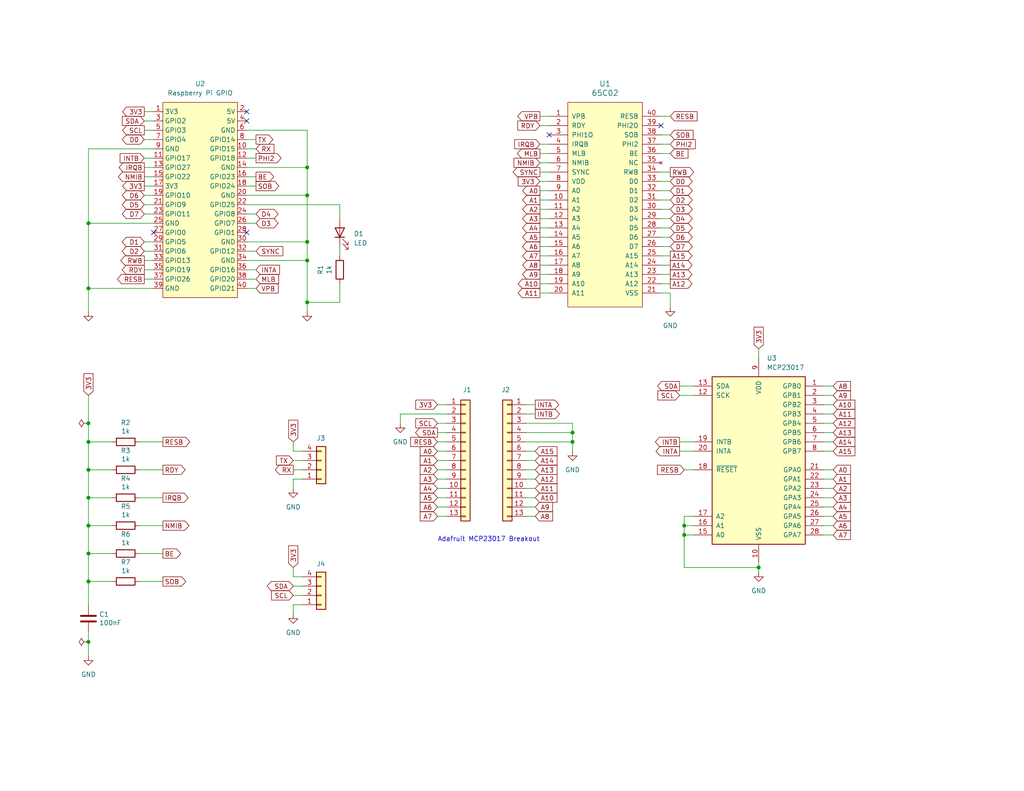
<source format=kicad_sch>
(kicad_sch (version 20231120) (generator "eeschema") (generator_version "8.0")
  (paper "USLetter")
  (title_block (title "6502 Pi SBC") (date "2024-05-27") (rev "1.0") (company "A.C. Wright Design"))
  (lib_symbols
    (symbol "6502 Parts:65C02" (pin_names (offset 1.016))
      (property "Reference" "U" (at 26.67 7.62 0))
      (property "Value" "65C02" (at 26.67 5.08 0))
      (symbol "65C02_0_1"
        (rectangle (start 5.08 3.81) (end 25.4 -52.07) (fill (type background)))
      )
      (symbol "65C02_1_0"
        (pin bidirectional line (at 0 0 0) (length 5.08) (name "VPB") (number "1"))
        (pin output line (at 0 -22.86 0) (length 5.08) (name "A1") (number "10"))
        (pin output line (at 0 -25.4 0) (length 5.08) (name "A2") (number "11"))
        (pin output line (at 0 -27.94 0) (length 5.08) (name "A3") (number "12"))
        (pin output line (at 0 -30.48 0) (length 5.08) (name "A4") (number "13"))
        (pin output line (at 0 -33.02 0) (length 5.08) (name "A5") (number "14"))
        (pin output line (at 0 -35.56 0) (length 5.08) (name "A6") (number "15"))
        (pin output line (at 0 -38.1 0) (length 5.08) (name "A7") (number "16"))
        (pin output line (at 0 -40.64 0) (length 5.08) (name "A8") (number "17"))
        (pin output line (at 0 -43.18 0) (length 5.08) (name "A9") (number "18"))
        (pin output line (at 0 -45.72 0) (length 5.08) (name "A10") (number "19"))
        (pin bidirectional line (at 0 -2.54 0) (length 5.08) (name "RDY") (number "2"))
        (pin output line (at 0 -48.26 0) (length 5.08) (name "A11") (number "20"))
        (pin power_in line (at 30.48 -48.26 180) (length 5.08) (name "VSS") (number "21"))
        (pin output line (at 30.48 -45.72 180) (length 5.08) (name "A12") (number "22"))
        (pin output line (at 30.48 -43.18 180) (length 5.08) (name "A13") (number "23"))
        (pin output line (at 30.48 -40.64 180) (length 5.08) (name "A14") (number "24"))
        (pin output line (at 30.48 -38.1 180) (length 5.08) (name "A15") (number "25"))
        (pin output line (at 30.48 -35.56 180) (length 5.08) (name "D7") (number "26"))
        (pin output line (at 30.48 -33.02 180) (length 5.08) (name "D6") (number "27"))
        (pin output line (at 30.48 -30.48 180) (length 5.08) (name "D5") (number "28"))
        (pin output line (at 30.48 -27.94 180) (length 5.08) (name "D4") (number "29"))
        (pin bidirectional line (at 0 -5.08 0) (length 5.08) (name "PHI1O") (number "3"))
        (pin output line (at 30.48 -25.4 180) (length 5.08) (name "D3") (number "30"))
        (pin output line (at 30.48 -22.86 180) (length 5.08) (name "D2") (number "31"))
        (pin output line (at 30.48 -20.32 180) (length 5.08) (name "D1") (number "32"))
        (pin output line (at 30.48 -17.78 180) (length 5.08) (name "D0") (number "33"))
        (pin output line (at 30.48 -15.24 180) (length 5.08) (name "RWB") (number "34"))
        (pin no_connect line (at 30.48 -12.7 180) (length 5.08) (name "NC") (number "35"))
        (pin bidirectional line (at 30.48 -10.16 180) (length 5.08) (name "BE") (number "36"))
        (pin bidirectional line (at 30.48 -7.62 180) (length 5.08) (name "PHI2") (number "37"))
        (pin bidirectional line (at 30.48 -5.08 180) (length 5.08) (name "SOB") (number "38"))
        (pin bidirectional line (at 30.48 -2.54 180) (length 5.08) (name "PHI2O") (number "39"))
        (pin input line (at 0 -7.62 0) (length 5.08) (name "IRQB") (number "4"))
        (pin input line (at 30.48 0 180) (length 5.08) (name "RESB") (number "40"))
        (pin bidirectional line (at 0 -10.16 0) (length 5.08) (name "MLB") (number "5"))
        (pin input line (at 0 -12.7 0) (length 5.08) (name "NMIB") (number "6"))
        (pin output line (at 0 -15.24 0) (length 5.08) (name "SYNC") (number "7"))
        (pin power_in line (at 0 -17.78 0) (length 5.08) (name "VDD") (number "8"))
        (pin output line (at 0 -20.32 0) (length 5.08) (name "A0") (number "9"))
      )
    )
    (symbol "6502 Parts:RASPBERRYPIGPIO"
      (property "Reference" "U" (at -9.652 29.21 0))
      (property "Value" "Raspberry Pi GPIO" (at -1.524 26.924 0))
      (symbol "RASPBERRYPIGPIO_1_1"
        (rectangle (start -10.16 25.4) (end 10.16 -27.94) (fill (type background)))
        (pin power_in line (at -12.7 22.86 0) (length 2.54) (name "3V3") (number "1"))
        (pin bidirectional line (at 12.7 12.7 180) (length 2.54) (name "GPIO15") (number "10"))
        (pin bidirectional line (at -12.7 10.16 0) (length 2.54) (name "GPIO17") (number "11"))
        (pin bidirectional line (at 12.7 10.16 180) (length 2.54) (name "GPIO18") (number "12"))
        (pin bidirectional line (at -12.7 7.62 0) (length 2.54) (name "GPIO27") (number "13"))
        (pin power_in line (at 12.7 7.62 180) (length 2.54) (name "GND") (number "14"))
        (pin bidirectional line (at -12.7 5.08 0) (length 2.54) (name "GPIO22") (number "15"))
        (pin bidirectional line (at 12.7 5.08 180) (length 2.54) (name "GPIO23") (number "16"))
        (pin power_in line (at -12.7 2.54 0) (length 2.54) (name "3V3") (number "17"))
        (pin bidirectional line (at 12.7 2.54 180) (length 2.54) (name "GPIO24") (number "18"))
        (pin bidirectional line (at -12.7 0 0) (length 2.54) (name "GPIO10") (number "19"))
        (pin power_in line (at 12.7 22.86 180) (length 2.54) (name "5V") (number "2"))
        (pin power_in line (at 12.7 0 180) (length 2.54) (name "GND") (number "20"))
        (pin bidirectional line (at -12.7 -2.54 0) (length 2.54) (name "GPIO9") (number "21"))
        (pin bidirectional line (at 12.7 -2.54 180) (length 2.54) (name "GPIO25") (number "22"))
        (pin bidirectional line (at -12.7 -5.08 0) (length 2.54) (name "GPIO11") (number "23"))
        (pin bidirectional line (at 12.7 -5.08 180) (length 2.54) (name "GPIO8") (number "24"))
        (pin power_in line (at -12.7 -7.62 0) (length 2.54) (name "GND") (number "25"))
        (pin bidirectional line (at 12.7 -7.62 180) (length 2.54) (name "GPIO7") (number "26"))
        (pin bidirectional line (at -12.7 -10.16 0) (length 2.54) (name "GPIO0") (number "27"))
        (pin bidirectional line (at 12.7 -10.16 180) (length 2.54) (name "GPIO1") (number "28"))
        (pin bidirectional line (at -12.7 -12.7 0) (length 2.54) (name "GPIO5") (number "29"))
        (pin bidirectional line (at -12.7 20.32 0) (length 2.54) (name "GPIO2") (number "3"))
        (pin power_in line (at 12.7 -12.7 180) (length 2.54) (name "GND") (number "30"))
        (pin bidirectional line (at -12.7 -15.24 0) (length 2.54) (name "GPIO6") (number "31"))
        (pin bidirectional line (at 12.7 -15.24 180) (length 2.54) (name "GPIO12") (number "32"))
        (pin bidirectional line (at -12.7 -17.78 0) (length 2.54) (name "GPIO13") (number "33"))
        (pin power_in line (at 12.7 -17.78 180) (length 2.54) (name "GND") (number "34"))
        (pin bidirectional line (at -12.7 -20.32 0) (length 2.54) (name "GPIO19") (number "35"))
        (pin bidirectional line (at 12.7 -20.32 180) (length 2.54) (name "GPIO16") (number "36"))
        (pin bidirectional line (at -12.7 -22.86 0) (length 2.54) (name "GPIO26") (number "37"))
        (pin bidirectional line (at 12.7 -22.86 180) (length 2.54) (name "GPIO20") (number "38"))
        (pin power_in line (at -12.7 -25.4 0) (length 2.54) (name "GND") (number "39"))
        (pin power_in line (at 12.7 20.32 180) (length 2.54) (name "5V") (number "4"))
        (pin bidirectional line (at 12.7 -25.4 180) (length 2.54) (name "GPIO21") (number "40"))
        (pin bidirectional line (at -12.7 17.78 0) (length 2.54) (name "GPIO3") (number "5"))
        (pin power_in line (at 12.7 17.78 180) (length 2.54) (name "GND") (number "6"))
        (pin bidirectional line (at -12.7 15.24 0) (length 2.54) (name "GPIO4") (number "7"))
        (pin bidirectional line (at 12.7 15.24 180) (length 2.54) (name "GPIO14") (number "8"))
        (pin power_in line (at -12.7 12.7 0) (length 2.54) (name "GND") (number "9"))
      )
    )
    (symbol "Connector_Generic:Conn_01x04" (pin_names (offset 1.016) hide)
      (property "Reference" "J" (at 0 5.08 0))
      (property "Value" "Conn_01x04" (at 0 -7.62 0))
      (symbol "Conn_01x04_1_1"
        (rectangle (start -1.27 -4.953) (end 0 -5.207) (stroke (width 0.1524)))
        (rectangle (start -1.27 -2.413) (end 0 -2.667) (stroke (width 0.1524)))
        (rectangle (start -1.27 0.127) (end 0 -0.127) (stroke (width 0.1524)))
        (rectangle (start -1.27 2.667) (end 0 2.413) (stroke (width 0.1524)))
        (rectangle (start -1.27 3.81) (end 1.27 -6.35) (stroke (width 0.254)) (fill (type background)))
        (pin passive line (at -5.08 2.54 0) (length 3.81) (name "Pin_1") (number "1"))
        (pin passive line (at -5.08 0 0) (length 3.81) (name "Pin_2") (number "2"))
        (pin passive line (at -5.08 -2.54 0) (length 3.81) (name "Pin_3") (number "3"))
        (pin passive line (at -5.08 -5.08 0) (length 3.81) (name "Pin_4") (number "4"))
      )
    )
    (symbol "Connector_Generic:Conn_01x13" (pin_names (offset 1.016) hide)
      (property "Reference" "J" (at 0 17.78 0))
      (property "Value" "Conn_01x13" (at 0 -17.78 0))
      (symbol "Conn_01x13_1_1"
        (rectangle (start -1.27 -15.113) (end 0 -15.367) (stroke (width 0.1524)))
        (rectangle (start -1.27 -12.573) (end 0 -12.827) (stroke (width 0.1524)))
        (rectangle (start -1.27 -10.033) (end 0 -10.287) (stroke (width 0.1524)))
        (rectangle (start -1.27 -7.493) (end 0 -7.747) (stroke (width 0.1524)))
        (rectangle (start -1.27 -4.953) (end 0 -5.207) (stroke (width 0.1524)))
        (rectangle (start -1.27 -2.413) (end 0 -2.667) (stroke (width 0.1524)))
        (rectangle (start -1.27 0.127) (end 0 -0.127) (stroke (width 0.1524)))
        (rectangle (start -1.27 2.667) (end 0 2.413) (stroke (width 0.1524)))
        (rectangle (start -1.27 5.207) (end 0 4.953) (stroke (width 0.1524)))
        (rectangle (start -1.27 7.747) (end 0 7.493) (stroke (width 0.1524)))
        (rectangle (start -1.27 10.287) (end 0 10.033) (stroke (width 0.1524)))
        (rectangle (start -1.27 12.827) (end 0 12.573) (stroke (width 0.1524)))
        (rectangle (start -1.27 15.367) (end 0 15.113) (stroke (width 0.1524)))
        (rectangle (start -1.27 16.51) (end 1.27 -16.51) (stroke (width 0.254)) (fill (type background)))
        (pin passive line (at -5.08 15.24 0) (length 3.81) (name "Pin_1") (number "1"))
        (pin passive line (at -5.08 -7.62 0) (length 3.81) (name "Pin_10") (number "10"))
        (pin passive line (at -5.08 -10.16 0) (length 3.81) (name "Pin_11") (number "11"))
        (pin passive line (at -5.08 -12.7 0) (length 3.81) (name "Pin_12") (number "12"))
        (pin passive line (at -5.08 -15.24 0) (length 3.81) (name "Pin_13") (number "13"))
        (pin passive line (at -5.08 12.7 0) (length 3.81) (name "Pin_2") (number "2"))
        (pin passive line (at -5.08 10.16 0) (length 3.81) (name "Pin_3") (number "3"))
        (pin passive line (at -5.08 7.62 0) (length 3.81) (name "Pin_4") (number "4"))
        (pin passive line (at -5.08 5.08 0) (length 3.81) (name "Pin_5") (number "5"))
        (pin passive line (at -5.08 2.54 0) (length 3.81) (name "Pin_6") (number "6"))
        (pin passive line (at -5.08 0 0) (length 3.81) (name "Pin_7") (number "7"))
        (pin passive line (at -5.08 -2.54 0) (length 3.81) (name "Pin_8") (number "8"))
        (pin passive line (at -5.08 -5.08 0) (length 3.81) (name "Pin_9") (number "9"))
      )
    )
    (symbol "Device:C" (pin_numbers hide) (pin_names (offset 0.254))
      (property "Reference" "C" (at 0.635 2.54 0))
      (property "Value" "C" (at 0.635 -2.54 0))
      (symbol "C_0_1"
        (polyline (pts (xy -2.032 -0.762) (xy 2.032 -0.762)) (stroke (width 0.508)))
        (polyline (pts (xy -2.032 0.762) (xy 2.032 0.762)) (stroke (width 0.508)))
      )
      (symbol "C_1_1"
        (pin passive line (at 0 3.81 270) (length 2.794) (name "~") (number "1"))
        (pin passive line (at 0 -3.81 90) (length 2.794) (name "~") (number "2"))
      )
    )
    (symbol "Device:LED" (pin_numbers hide) (pin_names (offset 1.016) hide)
      (property "Reference" "D" (at 0 2.54 0))
      (property "Value" "LED" (at 0 -2.54 0))
      (symbol "LED_0_1"
        (polyline (pts (xy -1.27 -1.27) (xy -1.27 1.27)) (stroke (width 0.254)))
        (polyline (pts (xy -1.27 0) (xy 1.27 0)))
        (polyline (pts (xy 1.27 -1.27) (xy 1.27 1.27) (xy -1.27 0) (xy 1.27 -1.27)) (stroke (width 0.254)))
        (polyline (pts (xy -3.048 -0.762) (xy -4.572 -2.286) (xy -3.81 -2.286) (xy -4.572 -2.286) (xy -4.572 -1.524)))
        (polyline (pts (xy -1.778 -0.762) (xy -3.302 -2.286) (xy -2.54 -2.286) (xy -3.302 -2.286) (xy -3.302 -1.524)))
      )
      (symbol "LED_1_1"
        (pin passive line (at -3.81 0 0) (length 2.54) (name "K") (number "1"))
        (pin passive line (at 3.81 0 180) (length 2.54) (name "A") (number "2"))
      )
    )
    (symbol "Device:R" (pin_numbers hide) (pin_names (offset 0))
      (property "Reference" "R" (at 2.032 0 90))
      (property "Value" "R" (at 0 0 90))
      (symbol "R_0_1"
        (rectangle (start -1.016 -2.54) (end 1.016 2.54) (stroke (width 0.254)))
      )
      (symbol "R_1_1"
        (pin passive line (at 0 3.81 270) (length 1.27) (name "~") (number "1"))
        (pin passive line (at 0 -3.81 90) (length 1.27) (name "~") (number "2"))
      )
    )
    (symbol "Interface_Expansion:MCP23017_SP" (pin_names (offset 1.016))
      (property "Reference" "U" (at -11.43 24.13 0))
      (property "Value" "MCP23017_SP" (at 0 0 0))
      (symbol "MCP23017_SP_0_1"
        (rectangle (start -12.7 22.86) (end 12.7 -22.86) (stroke (width 0.254)) (fill (type background)))
      )
      (symbol "MCP23017_SP_1_1"
        (pin bidirectional line (at 17.78 20.32 180) (length 5.08) (name "GPB0") (number "1"))
        (pin power_in line (at 0 -27.94 90) (length 5.08) (name "VSS") (number "10"))
        (pin no_connect line (at -12.7 15.24 0) (length 5.08) hide (name "NC") (number "11"))
        (pin input line (at -17.78 17.78 0) (length 5.08) (name "SCK") (number "12"))
        (pin bidirectional line (at -17.78 20.32 0) (length 5.08) (name "SDA") (number "13"))
        (pin no_connect line (at -12.7 12.7 0) (length 5.08) hide (name "NC") (number "14"))
        (pin input line (at -17.78 -20.32 0) (length 5.08) (name "A0") (number "15"))
        (pin input line (at -17.78 -17.78 0) (length 5.08) (name "A1") (number "16"))
        (pin input line (at -17.78 -15.24 0) (length 5.08) (name "A2") (number "17"))
        (pin input line (at -17.78 -2.54 0) (length 5.08) (name "~{RESET}") (number "18"))
        (pin tri_state line (at -17.78 5.08 0) (length 5.08) (name "INTB") (number "19"))
        (pin bidirectional line (at 17.78 17.78 180) (length 5.08) (name "GPB1") (number "2"))
        (pin tri_state line (at -17.78 2.54 0) (length 5.08) (name "INTA") (number "20"))
        (pin bidirectional line (at 17.78 -2.54 180) (length 5.08) (name "GPA0") (number "21"))
        (pin bidirectional line (at 17.78 -5.08 180) (length 5.08) (name "GPA1") (number "22"))
        (pin bidirectional line (at 17.78 -7.62 180) (length 5.08) (name "GPA2") (number "23"))
        (pin bidirectional line (at 17.78 -10.16 180) (length 5.08) (name "GPA3") (number "24"))
        (pin bidirectional line (at 17.78 -12.7 180) (length 5.08) (name "GPA4") (number "25"))
        (pin bidirectional line (at 17.78 -15.24 180) (length 5.08) (name "GPA5") (number "26"))
        (pin bidirectional line (at 17.78 -17.78 180) (length 5.08) (name "GPA6") (number "27"))
        (pin bidirectional line (at 17.78 -20.32 180) (length 5.08) (name "GPA7") (number "28"))
        (pin bidirectional line (at 17.78 15.24 180) (length 5.08) (name "GPB2") (number "3"))
        (pin bidirectional line (at 17.78 12.7 180) (length 5.08) (name "GPB3") (number "4"))
        (pin bidirectional line (at 17.78 10.16 180) (length 5.08) (name "GPB4") (number "5"))
        (pin bidirectional line (at 17.78 7.62 180) (length 5.08) (name "GPB5") (number "6"))
        (pin bidirectional line (at 17.78 5.08 180) (length 5.08) (name "GPB6") (number "7"))
        (pin bidirectional line (at 17.78 2.54 180) (length 5.08) (name "GPB7") (number "8"))
        (pin power_in line (at 0 27.94 270) (length 5.08) (name "VDD") (number "9"))
      )
    )
    (symbol "power:GND" (power) (pin_numbers hide) (pin_names (offset 0) hide)
      (property "Value" "GND" (at 0 -3.81 0))
      (symbol "GND_0_1"
        (polyline (pts (xy 0 0) (xy 0 -1.27) (xy 1.27 -1.27) (xy 0 -2.54) (xy -1.27 -1.27) (xy 0 -1.27)))
      )
      (symbol "GND_1_1"
        (pin power_in line (at 0 0 270) (length 0) (name "~") (number "1"))
      )
    )
    (symbol "power:PWR_FLAG" (power) (pin_numbers hide) (pin_names (offset 0) hide)
      (property "Value" "PWR_FLAG" (at 0 3.81 0))
      (symbol "PWR_FLAG_0_0"
        (pin power_out line (at 0 0 90) (length 0) (name "~") (number "1"))
      )
      (symbol "PWR_FLAG_0_1"
        (polyline (pts (xy 0 0) (xy 0 1.27) (xy -1.016 1.905) (xy 0 2.54) (xy 1.016 1.905) (xy 0 1.27)))
      )
    )
  )
  (junction (at 24.13 151.13))
  (junction (at 186.69 146.05))
  (junction (at 24.13 60.96))
  (junction (at 24.13 128.27))
  (junction (at 156.21 120.65))
  (junction (at 24.13 135.89))
  (junction (at 24.13 115.57))
  (junction (at 207.01 154.94))
  (junction (at 83.82 45.72))
  (junction (at 186.69 143.51))
  (junction (at 24.13 120.65))
  (junction (at 83.82 82.55))
  (junction (at 156.21 118.11))
  (junction (at 24.13 175.26))
  (junction (at 24.13 78.74))
  (junction (at 83.82 71.12))
  (junction (at 83.82 66.04))
  (junction (at 24.13 143.51))
  (junction (at 83.82 53.34))
  (junction (at 24.13 158.75))
  (no_connect (at 67.31 33.02))
  (no_connect (at 67.31 30.48))
  (no_connect (at 41.91 63.5))
  (no_connect (at 149.86 36.83))
  (no_connect (at 180.34 34.29))
  (no_connect (at 67.31 63.5))
  (wire (pts (xy 24.13 115.57) (xy 24.13 120.65)))
  (wire (pts (xy 180.34 31.75) (xy 182.88 31.75)))
  (wire (pts (xy 180.34 57.15) (xy 182.88 57.15)))
  (wire (pts (xy 39.37 38.1) (xy 41.91 38.1)))
  (wire (pts (xy 39.37 43.18) (xy 41.91 43.18)))
  (wire (pts (xy 24.13 151.13) (xy 24.13 158.75)))
  (wire (pts (xy 143.51 113.03) (xy 146.05 113.03)))
  (wire (pts (xy 24.13 60.96) (xy 24.13 78.74)))
  (wire (pts (xy 39.37 68.58) (xy 41.91 68.58)))
  (wire (pts (xy 67.31 73.66) (xy 69.85 73.66)))
  (wire (pts (xy 224.79 118.11) (xy 227.33 118.11)))
  (wire (pts (xy 39.37 53.34) (xy 41.91 53.34)))
  (wire (pts (xy 147.32 67.31) (xy 149.86 67.31)))
  (wire (pts (xy 39.37 58.42) (xy 41.91 58.42)))
  (wire (pts (xy 39.37 45.72) (xy 41.91 45.72)))
  (wire (pts (xy 119.38 118.11) (xy 121.92 118.11)))
  (wire (pts (xy 24.13 40.64) (xy 24.13 60.96)))
  (wire (pts (xy 67.31 40.64) (xy 69.85 40.64)))
  (wire (pts (xy 186.69 143.51) (xy 186.69 146.05)))
  (wire (pts (xy 180.34 72.39) (xy 182.88 72.39)))
  (wire (pts (xy 119.38 130.81) (xy 121.92 130.81)))
  (wire (pts (xy 207.01 154.94) (xy 207.01 156.21)))
  (wire (pts (xy 147.32 59.69) (xy 149.86 59.69)))
  (wire (pts (xy 224.79 135.89) (xy 227.33 135.89)))
  (wire (pts (xy 156.21 120.65) (xy 156.21 123.19)))
  (wire (pts (xy 224.79 115.57) (xy 227.33 115.57)))
  (wire (pts (xy 67.31 68.58) (xy 69.85 68.58)))
  (wire (pts (xy 24.13 135.89) (xy 24.13 143.51)))
  (wire (pts (xy 24.13 128.27) (xy 30.48 128.27)))
  (wire (pts (xy 67.31 38.1) (xy 69.85 38.1)))
  (wire (pts (xy 180.34 64.77) (xy 182.88 64.77)))
  (wire (pts (xy 41.91 40.64) (xy 24.13 40.64)))
  (wire (pts (xy 143.51 115.57) (xy 156.21 115.57)))
  (wire (pts (xy 80.01 165.1) (xy 80.01 167.64)))
  (wire (pts (xy 24.13 143.51) (xy 30.48 143.51)))
  (wire (pts (xy 39.37 33.02) (xy 41.91 33.02)))
  (wire (pts (xy 24.13 78.74) (xy 41.91 78.74)))
  (wire (pts (xy 39.37 35.56) (xy 41.91 35.56)))
  (wire (pts (xy 143.51 138.43) (xy 146.05 138.43)))
  (wire (pts (xy 24.13 158.75) (xy 24.13 165.1)))
  (wire (pts (xy 180.34 69.85) (xy 182.88 69.85)))
  (wire (pts (xy 24.13 60.96) (xy 41.91 60.96)))
  (wire (pts (xy 80.01 154.94) (xy 80.01 157.48)))
  (wire (pts (xy 80.01 123.19) (xy 80.01 120.65)))
  (wire (pts (xy 119.38 125.73) (xy 121.92 125.73)))
  (wire (pts (xy 147.32 41.91) (xy 149.86 41.91)))
  (wire (pts (xy 147.32 39.37) (xy 149.86 39.37)))
  (wire (pts (xy 119.38 133.35) (xy 121.92 133.35)))
  (wire (pts (xy 92.71 77.47) (xy 92.71 82.55)))
  (wire (pts (xy 186.69 154.94) (xy 207.01 154.94)))
  (wire (pts (xy 39.37 73.66) (xy 41.91 73.66)))
  (wire (pts (xy 67.31 71.12) (xy 83.82 71.12)))
  (wire (pts (xy 67.31 58.42) (xy 69.85 58.42)))
  (wire (pts (xy 182.88 80.01) (xy 182.88 83.82)))
  (wire (pts (xy 224.79 113.03) (xy 227.33 113.03)))
  (wire (pts (xy 67.31 45.72) (xy 83.82 45.72)))
  (wire (pts (xy 147.32 46.99) (xy 149.86 46.99)))
  (wire (pts (xy 180.34 74.93) (xy 182.88 74.93)))
  (wire (pts (xy 24.13 128.27) (xy 24.13 135.89)))
  (wire (pts (xy 189.23 146.05) (xy 186.69 146.05)))
  (wire (pts (xy 80.01 128.27) (xy 82.55 128.27)))
  (wire (pts (xy 38.1 128.27) (xy 44.45 128.27)))
  (wire (pts (xy 224.79 123.19) (xy 227.33 123.19)))
  (wire (pts (xy 143.51 120.65) (xy 156.21 120.65)))
  (wire (pts (xy 80.01 157.48) (xy 82.55 157.48)))
  (wire (pts (xy 67.31 66.04) (xy 83.82 66.04)))
  (wire (pts (xy 224.79 107.95) (xy 227.33 107.95)))
  (wire (pts (xy 109.22 113.03) (xy 121.92 113.03)))
  (wire (pts (xy 143.51 135.89) (xy 146.05 135.89)))
  (wire (pts (xy 80.01 160.02) (xy 82.55 160.02)))
  (wire (pts (xy 180.34 39.37) (xy 182.88 39.37)))
  (wire (pts (xy 180.34 77.47) (xy 182.88 77.47)))
  (wire (pts (xy 143.51 118.11) (xy 156.21 118.11)))
  (wire (pts (xy 185.42 107.95) (xy 189.23 107.95)))
  (wire (pts (xy 24.13 120.65) (xy 30.48 120.65)))
  (wire (pts (xy 186.69 128.27) (xy 189.23 128.27)))
  (wire (pts (xy 80.01 125.73) (xy 82.55 125.73)))
  (wire (pts (xy 185.42 120.65) (xy 189.23 120.65)))
  (wire (pts (xy 67.31 55.88) (xy 92.71 55.88)))
  (wire (pts (xy 67.31 50.8) (xy 69.85 50.8)))
  (wire (pts (xy 83.82 66.04) (xy 83.82 71.12)))
  (wire (pts (xy 180.34 49.53) (xy 182.88 49.53)))
  (wire (pts (xy 83.82 82.55) (xy 83.82 85.09)))
  (wire (pts (xy 224.79 146.05) (xy 227.33 146.05)))
  (wire (pts (xy 38.1 135.89) (xy 44.45 135.89)))
  (wire (pts (xy 67.31 78.74) (xy 69.85 78.74)))
  (wire (pts (xy 147.32 62.23) (xy 149.86 62.23)))
  (wire (pts (xy 83.82 53.34) (xy 83.82 45.72)))
  (wire (pts (xy 24.13 158.75) (xy 30.48 158.75)))
  (wire (pts (xy 92.71 55.88) (xy 92.71 59.69)))
  (wire (pts (xy 224.79 120.65) (xy 227.33 120.65)))
  (wire (pts (xy 24.13 85.09) (xy 24.13 78.74)))
  (wire (pts (xy 143.51 130.81) (xy 146.05 130.81)))
  (wire (pts (xy 180.34 59.69) (xy 182.88 59.69)))
  (wire (pts (xy 39.37 30.48) (xy 41.91 30.48)))
  (wire (pts (xy 39.37 50.8) (xy 41.91 50.8)))
  (wire (pts (xy 156.21 115.57) (xy 156.21 118.11)))
  (wire (pts (xy 39.37 71.12) (xy 41.91 71.12)))
  (wire (pts (xy 24.13 175.26) (xy 24.13 179.07)))
  (wire (pts (xy 38.1 120.65) (xy 44.45 120.65)))
  (wire (pts (xy 186.69 146.05) (xy 186.69 154.94)))
  (wire (pts (xy 185.42 123.19) (xy 189.23 123.19)))
  (wire (pts (xy 38.1 158.75) (xy 44.45 158.75)))
  (wire (pts (xy 119.38 115.57) (xy 121.92 115.57)))
  (wire (pts (xy 147.32 77.47) (xy 149.86 77.47)))
  (wire (pts (xy 185.42 105.41) (xy 189.23 105.41)))
  (wire (pts (xy 39.37 76.2) (xy 41.91 76.2)))
  (wire (pts (xy 180.34 54.61) (xy 182.88 54.61)))
  (wire (pts (xy 39.37 55.88) (xy 41.91 55.88)))
  (wire (pts (xy 147.32 72.39) (xy 149.86 72.39)))
  (wire (pts (xy 224.79 133.35) (xy 227.33 133.35)))
  (wire (pts (xy 24.13 151.13) (xy 30.48 151.13)))
  (wire (pts (xy 39.37 48.26) (xy 41.91 48.26)))
  (wire (pts (xy 180.34 62.23) (xy 182.88 62.23)))
  (wire (pts (xy 147.32 64.77) (xy 149.86 64.77)))
  (wire (pts (xy 24.13 172.72) (xy 24.13 175.26)))
  (wire (pts (xy 109.22 115.57) (xy 109.22 113.03)))
  (wire (pts (xy 119.38 123.19) (xy 121.92 123.19)))
  (wire (pts (xy 224.79 105.41) (xy 227.33 105.41)))
  (wire (pts (xy 82.55 123.19) (xy 80.01 123.19)))
  (wire (pts (xy 92.71 82.55) (xy 83.82 82.55)))
  (wire (pts (xy 67.31 76.2) (xy 69.85 76.2)))
  (wire (pts (xy 119.38 128.27) (xy 121.92 128.27)))
  (wire (pts (xy 207.01 153.67) (xy 207.01 154.94)))
  (wire (pts (xy 224.79 110.49) (xy 227.33 110.49)))
  (wire (pts (xy 224.79 128.27) (xy 227.33 128.27)))
  (wire (pts (xy 207.01 95.25) (xy 207.01 97.79)))
  (wire (pts (xy 119.38 138.43) (xy 121.92 138.43)))
  (wire (pts (xy 119.38 120.65) (xy 121.92 120.65)))
  (wire (pts (xy 224.79 138.43) (xy 227.33 138.43)))
  (wire (pts (xy 143.51 133.35) (xy 146.05 133.35)))
  (wire (pts (xy 180.34 36.83) (xy 182.88 36.83)))
  (wire (pts (xy 147.32 44.45) (xy 149.86 44.45)))
  (wire (pts (xy 67.31 60.96) (xy 69.85 60.96)))
  (wire (pts (xy 143.51 140.97) (xy 146.05 140.97)))
  (wire (pts (xy 180.34 52.07) (xy 182.88 52.07)))
  (wire (pts (xy 180.34 67.31) (xy 182.88 67.31)))
  (wire (pts (xy 82.55 130.81) (xy 80.01 130.81)))
  (wire (pts (xy 147.32 34.29) (xy 149.86 34.29)))
  (wire (pts (xy 38.1 143.51) (xy 44.45 143.51)))
  (wire (pts (xy 80.01 130.81) (xy 80.01 133.35)))
  (wire (pts (xy 119.38 140.97) (xy 121.92 140.97)))
  (wire (pts (xy 147.32 54.61) (xy 149.86 54.61)))
  (wire (pts (xy 143.51 123.19) (xy 146.05 123.19)))
  (wire (pts (xy 83.82 45.72) (xy 83.82 35.56)))
  (wire (pts (xy 147.32 80.01) (xy 149.86 80.01)))
  (wire (pts (xy 147.32 69.85) (xy 149.86 69.85)))
  (wire (pts (xy 119.38 110.49) (xy 121.92 110.49)))
  (wire (pts (xy 186.69 140.97) (xy 186.69 143.51)))
  (wire (pts (xy 143.51 128.27) (xy 146.05 128.27)))
  (wire (pts (xy 83.82 53.34) (xy 83.82 66.04)))
  (wire (pts (xy 224.79 130.81) (xy 227.33 130.81)))
  (wire (pts (xy 24.13 143.51) (xy 24.13 151.13)))
  (wire (pts (xy 224.79 140.97) (xy 227.33 140.97)))
  (wire (pts (xy 92.71 67.31) (xy 92.71 69.85)))
  (wire (pts (xy 143.51 110.49) (xy 146.05 110.49)))
  (wire (pts (xy 38.1 151.13) (xy 44.45 151.13)))
  (wire (pts (xy 67.31 43.18) (xy 69.85 43.18)))
  (wire (pts (xy 147.32 49.53) (xy 149.86 49.53)))
  (wire (pts (xy 147.32 31.75) (xy 149.86 31.75)))
  (wire (pts (xy 143.51 125.73) (xy 146.05 125.73)))
  (wire (pts (xy 24.13 120.65) (xy 24.13 128.27)))
  (wire (pts (xy 24.13 135.89) (xy 30.48 135.89)))
  (wire (pts (xy 82.55 165.1) (xy 80.01 165.1)))
  (wire (pts (xy 156.21 118.11) (xy 156.21 120.65)))
  (wire (pts (xy 119.38 135.89) (xy 121.92 135.89)))
  (wire (pts (xy 83.82 71.12) (xy 83.82 82.55)))
  (wire (pts (xy 147.32 52.07) (xy 149.86 52.07)))
  (wire (pts (xy 39.37 66.04) (xy 41.91 66.04)))
  (wire (pts (xy 180.34 41.91) (xy 182.88 41.91)))
  (wire (pts (xy 67.31 53.34) (xy 83.82 53.34)))
  (wire (pts (xy 180.34 80.01) (xy 182.88 80.01)))
  (wire (pts (xy 189.23 140.97) (xy 186.69 140.97)))
  (wire (pts (xy 67.31 48.26) (xy 69.85 48.26)))
  (wire (pts (xy 224.79 143.51) (xy 227.33 143.51)))
  (wire (pts (xy 24.13 107.95) (xy 24.13 115.57)))
  (wire (pts (xy 147.32 57.15) (xy 149.86 57.15)))
  (wire (pts (xy 147.32 74.93) (xy 149.86 74.93)))
  (wire (pts (xy 83.82 35.56) (xy 67.31 35.56)))
  (wire (pts (xy 180.34 46.99) (xy 182.88 46.99)))
  (wire (pts (xy 80.01 162.56) (xy 82.55 162.56)))
  (wire (pts (xy 186.69 143.51) (xy 189.23 143.51)))
  (text "Adafruit MCP23017 Breakout" (at 133.35 147.32 0) (effects (font (size 1.27 1.27))))
  (global_label "3V3" (shape output) (at 39.37 50.8 180) (property "Intersheetrefs" "${INTERSHEET_REFS}" (effects (hide yes))))
  (global_label "SCL" (shape input) (at 80.01 162.56 180) (property "Intersheetrefs" "${INTERSHEET_REFS}" (effects (hide yes))))
  (global_label "A4" (shape input) (at 227.33 138.43 0) (property "Intersheetrefs" "${INTERSHEET_REFS}" (effects (hide yes))))
  (global_label "SYNC" (shape output) (at 147.32 46.99 180) (property "Intersheetrefs" "${INTERSHEET_REFS}" (effects (hide yes))))
  (global_label "NMIB" (shape output) (at 44.45 143.51 0) (property "Intersheetrefs" "${INTERSHEET_REFS}" (effects (hide yes))))
  (global_label "A7" (shape input) (at 119.38 140.97 180) (property "Intersheetrefs" "${INTERSHEET_REFS}" (effects (hide yes))))
  (global_label "A5" (shape output) (at 147.32 64.77 180) (property "Intersheetrefs" "${INTERSHEET_REFS}" (effects (hide yes))))
  (global_label "RX" (shape input) (at 69.85 40.64 0) (property "Intersheetrefs" "${INTERSHEET_REFS}" (effects (hide yes))))
  (global_label "A7" (shape input) (at 227.33 146.05 0) (property "Intersheetrefs" "${INTERSHEET_REFS}" (effects (hide yes))))
  (global_label "MLB" (shape output) (at 147.32 41.91 180) (property "Intersheetrefs" "${INTERSHEET_REFS}" (effects (hide yes))))
  (global_label "INTA" (shape output) (at 185.42 123.19 180) (property "Intersheetrefs" "${INTERSHEET_REFS}" (effects (hide yes))))
  (global_label "A4" (shape input) (at 119.38 133.35 180) (property "Intersheetrefs" "${INTERSHEET_REFS}" (effects (hide yes))))
  (global_label "A9" (shape input) (at 146.05 138.43 0) (property "Intersheetrefs" "${INTERSHEET_REFS}" (effects (hide yes))))
  (global_label "A2" (shape input) (at 227.33 133.35 0) (property "Intersheetrefs" "${INTERSHEET_REFS}" (effects (hide yes))))
  (global_label "MLB" (shape input) (at 69.85 76.2 0) (property "Intersheetrefs" "${INTERSHEET_REFS}" (effects (hide yes))))
  (global_label "RX" (shape output) (at 80.01 128.27 180) (property "Intersheetrefs" "${INTERSHEET_REFS}" (effects (hide yes))))
  (global_label "A0" (shape output) (at 147.32 52.07 180) (property "Intersheetrefs" "${INTERSHEET_REFS}" (effects (hide yes))))
  (global_label "SOB" (shape input) (at 182.88 36.83 0) (property "Intersheetrefs" "${INTERSHEET_REFS}" (effects (hide yes))))
  (global_label "A15" (shape output) (at 182.88 69.85 0) (property "Intersheetrefs" "${INTERSHEET_REFS}" (effects (hide yes))))
  (global_label "A5" (shape input) (at 119.38 135.89 180) (property "Intersheetrefs" "${INTERSHEET_REFS}" (effects (hide yes))))
  (global_label "A12" (shape input) (at 227.33 115.57 0) (property "Intersheetrefs" "${INTERSHEET_REFS}" (effects (hide yes))))
  (global_label "BE" (shape output) (at 69.85 48.26 0) (property "Intersheetrefs" "${INTERSHEET_REFS}" (effects (hide yes))))
  (global_label "A14" (shape input) (at 227.33 120.65 0) (property "Intersheetrefs" "${INTERSHEET_REFS}" (effects (hide yes))))
  (global_label "RESB" (shape input) (at 182.88 31.75 0) (property "Intersheetrefs" "${INTERSHEET_REFS}" (effects (hide yes))))
  (global_label "PHI2" (shape output) (at 69.85 43.18 0) (property "Intersheetrefs" "${INTERSHEET_REFS}" (effects (hide yes))))
  (global_label "INTB" (shape input) (at 39.37 43.18 180) (property "Intersheetrefs" "${INTERSHEET_REFS}" (effects (hide yes))))
  (global_label "3V3" (shape input) (at 147.32 49.53 180) (property "Intersheetrefs" "${INTERSHEET_REFS}" (effects (hide yes))))
  (global_label "INTA" (shape output) (at 146.05 110.49 0) (property "Intersheetrefs" "${INTERSHEET_REFS}" (effects (hide yes))))
  (global_label "D0" (shape bidirectional) (at 182.88 49.53 0) (property "Intersheetrefs" "${INTERSHEET_REFS}" (effects (hide yes))))
  (global_label "A15" (shape input) (at 146.05 123.19 0) (property "Intersheetrefs" "${INTERSHEET_REFS}" (effects (hide yes))))
  (global_label "A5" (shape input) (at 227.33 140.97 0) (property "Intersheetrefs" "${INTERSHEET_REFS}" (effects (hide yes))))
  (global_label "RESB" (shape input) (at 186.69 128.27 180) (property "Intersheetrefs" "${INTERSHEET_REFS}" (effects (hide yes))))
  (global_label "RWB" (shape output) (at 39.37 71.12 180) (property "Intersheetrefs" "${INTERSHEET_REFS}" (effects (hide yes))))
  (global_label "3V3" (shape input) (at 80.01 120.65 90) (property "Intersheetrefs" "${INTERSHEET_REFS}" (effects (hide yes))))
  (global_label "A13" (shape output) (at 182.88 74.93 0) (property "Intersheetrefs" "${INTERSHEET_REFS}" (effects (hide yes))))
  (global_label "A3" (shape input) (at 119.38 130.81 180) (property "Intersheetrefs" "${INTERSHEET_REFS}" (effects (hide yes))))
  (global_label "D1" (shape bidirectional) (at 182.88 52.07 0) (property "Intersheetrefs" "${INTERSHEET_REFS}" (effects (hide yes))))
  (global_label "A9" (shape input) (at 227.33 107.95 0) (property "Intersheetrefs" "${INTERSHEET_REFS}" (effects (hide yes))))
  (global_label "NMIB" (shape output) (at 39.37 48.26 180) (property "Intersheetrefs" "${INTERSHEET_REFS}" (effects (hide yes))))
  (global_label "A8" (shape input) (at 146.05 140.97 0) (property "Intersheetrefs" "${INTERSHEET_REFS}" (effects (hide yes))))
  (global_label "A3" (shape input) (at 227.33 135.89 0) (property "Intersheetrefs" "${INTERSHEET_REFS}" (effects (hide yes))))
  (global_label "A1" (shape input) (at 227.33 130.81 0) (property "Intersheetrefs" "${INTERSHEET_REFS}" (effects (hide yes))))
  (global_label "A15" (shape input) (at 227.33 123.19 0) (property "Intersheetrefs" "${INTERSHEET_REFS}" (effects (hide yes))))
  (global_label "A4" (shape output) (at 147.32 62.23 180) (property "Intersheetrefs" "${INTERSHEET_REFS}" (effects (hide yes))))
  (global_label "A6" (shape input) (at 227.33 143.51 0) (property "Intersheetrefs" "${INTERSHEET_REFS}" (effects (hide yes))))
  (global_label "D5" (shape bidirectional) (at 39.37 55.88 180) (property "Intersheetrefs" "${INTERSHEET_REFS}" (effects (hide yes))))
  (global_label "RESB" (shape input) (at 119.38 120.65 180) (property "Intersheetrefs" "${INTERSHEET_REFS}" (effects (hide yes))))
  (global_label "SDA" (shape input) (at 39.37 33.02 180) (property "Intersheetrefs" "${INTERSHEET_REFS}" (effects (hide yes))))
  (global_label "A13" (shape input) (at 227.33 118.11 0) (property "Intersheetrefs" "${INTERSHEET_REFS}" (effects (hide yes))))
  (global_label "RDY" (shape output) (at 39.37 73.66 180) (property "Intersheetrefs" "${INTERSHEET_REFS}" (effects (hide yes))))
  (global_label "D7" (shape bidirectional) (at 39.37 58.42 180) (property "Intersheetrefs" "${INTERSHEET_REFS}" (effects (hide yes))))
  (global_label "A2" (shape output) (at 147.32 57.15 180) (property "Intersheetrefs" "${INTERSHEET_REFS}" (effects (hide yes))))
  (global_label "SYNC" (shape input) (at 69.85 68.58 0) (property "Intersheetrefs" "${INTERSHEET_REFS}" (effects (hide yes))))
  (global_label "TX" (shape input) (at 80.01 125.73 180) (property "Intersheetrefs" "${INTERSHEET_REFS}" (effects (hide yes))))
  (global_label "D2" (shape bidirectional) (at 182.88 54.61 0) (property "Intersheetrefs" "${INTERSHEET_REFS}" (effects (hide yes))))
  (global_label "D6" (shape bidirectional) (at 182.88 64.77 0) (property "Intersheetrefs" "${INTERSHEET_REFS}" (effects (hide yes))))
  (global_label "SCL" (shape output) (at 39.37 35.56 180) (property "Intersheetrefs" "${INTERSHEET_REFS}" (effects (hide yes))))
  (global_label "SCL" (shape input) (at 119.38 115.57 180) (property "Intersheetrefs" "${INTERSHEET_REFS}" (effects (hide yes))))
  (global_label "A9" (shape output) (at 147.32 74.93 180) (property "Intersheetrefs" "${INTERSHEET_REFS}" (effects (hide yes))))
  (global_label "D6" (shape bidirectional) (at 39.37 53.34 180) (property "Intersheetrefs" "${INTERSHEET_REFS}" (effects (hide yes))))
  (global_label "A2" (shape input) (at 119.38 128.27 180) (property "Intersheetrefs" "${INTERSHEET_REFS}" (effects (hide yes))))
  (global_label "SCL" (shape input) (at 185.42 107.95 180) (property "Intersheetrefs" "${INTERSHEET_REFS}" (effects (hide yes))))
  (global_label "IRQB" (shape output) (at 44.45 135.89 0) (property "Intersheetrefs" "${INTERSHEET_REFS}" (effects (hide yes))))
  (global_label "A10" (shape input) (at 146.05 135.89 0) (property "Intersheetrefs" "${INTERSHEET_REFS}" (effects (hide yes))))
  (global_label "D4" (shape bidirectional) (at 69.85 58.42 0) (property "Intersheetrefs" "${INTERSHEET_REFS}" (effects (hide yes))))
  (global_label "PHI2" (shape input) (at 182.88 39.37 0) (property "Intersheetrefs" "${INTERSHEET_REFS}" (effects (hide yes))))
  (global_label "3V3" (shape input) (at 80.01 154.94 90) (property "Intersheetrefs" "${INTERSHEET_REFS}" (effects (hide yes))))
  (global_label "A3" (shape output) (at 147.32 59.69 180) (property "Intersheetrefs" "${INTERSHEET_REFS}" (effects (hide yes))))
  (global_label "A14" (shape output) (at 182.88 72.39 0) (property "Intersheetrefs" "${INTERSHEET_REFS}" (effects (hide yes))))
  (global_label "VPB" (shape input) (at 69.85 78.74 0) (property "Intersheetrefs" "${INTERSHEET_REFS}" (effects (hide yes))))
  (global_label "INTB" (shape output) (at 185.42 120.65 180) (property "Intersheetrefs" "${INTERSHEET_REFS}" (effects (hide yes))))
  (global_label "VPB" (shape output) (at 147.32 31.75 180) (property "Intersheetrefs" "${INTERSHEET_REFS}" (effects (hide yes))))
  (global_label "SDA" (shape bidirectional) (at 80.01 160.02 180) (property "Intersheetrefs" "${INTERSHEET_REFS}" (effects (hide yes))))
  (global_label "D5" (shape bidirectional) (at 182.88 62.23 0) (property "Intersheetrefs" "${INTERSHEET_REFS}" (effects (hide yes))))
  (global_label "A7" (shape output) (at 147.32 69.85 180) (property "Intersheetrefs" "${INTERSHEET_REFS}" (effects (hide yes))))
  (global_label "3V3" (shape input) (at 119.38 110.49 180) (property "Intersheetrefs" "${INTERSHEET_REFS}" (effects (hide yes))))
  (global_label "SOB" (shape output) (at 69.85 50.8 0) (property "Intersheetrefs" "${INTERSHEET_REFS}" (effects (hide yes))))
  (global_label "A10" (shape input) (at 227.33 110.49 0) (property "Intersheetrefs" "${INTERSHEET_REFS}" (effects (hide yes))))
  (global_label "INTB" (shape output) (at 146.05 113.03 0) (property "Intersheetrefs" "${INTERSHEET_REFS}" (effects (hide yes))))
  (global_label "D0" (shape bidirectional) (at 39.37 38.1 180) (property "Intersheetrefs" "${INTERSHEET_REFS}" (effects (hide yes))))
  (global_label "BE" (shape input) (at 182.88 41.91 0) (property "Intersheetrefs" "${INTERSHEET_REFS}" (effects (hide yes))))
  (global_label "INTA" (shape input) (at 69.85 73.66 0) (property "Intersheetrefs" "${INTERSHEET_REFS}" (effects (hide yes))))
  (global_label "IRQB" (shape input) (at 147.32 39.37 180) (property "Intersheetrefs" "${INTERSHEET_REFS}" (effects (hide yes))))
  (global_label "SDA" (shape output) (at 185.42 105.41 180) (property "Intersheetrefs" "${INTERSHEET_REFS}" (effects (hide yes))))
  (global_label "A12" (shape input) (at 146.05 130.81 0) (property "Intersheetrefs" "${INTERSHEET_REFS}" (effects (hide yes))))
  (global_label "D2" (shape bidirectional) (at 39.37 68.58 180) (property "Intersheetrefs" "${INTERSHEET_REFS}" (effects (hide yes))))
  (global_label "D3" (shape bidirectional) (at 182.88 57.15 0) (property "Intersheetrefs" "${INTERSHEET_REFS}" (effects (hide yes))))
  (global_label "D7" (shape bidirectional) (at 182.88 67.31 0) (property "Intersheetrefs" "${INTERSHEET_REFS}" (effects (hide yes))))
  (global_label "A11" (shape output) (at 147.32 80.01 180) (property "Intersheetrefs" "${INTERSHEET_REFS}" (effects (hide yes))))
  (global_label "A1" (shape output) (at 147.32 54.61 180) (property "Intersheetrefs" "${INTERSHEET_REFS}" (effects (hide yes))))
  (global_label "RDY" (shape input) (at 147.32 34.29 180) (property "Intersheetrefs" "${INTERSHEET_REFS}" (effects (hide yes))))
  (global_label "A14" (shape input) (at 146.05 125.73 0) (property "Intersheetrefs" "${INTERSHEET_REFS}" (effects (hide yes))))
  (global_label "SDA" (shape output) (at 119.38 118.11 180) (property "Intersheetrefs" "${INTERSHEET_REFS}" (effects (hide yes))))
  (global_label "A6" (shape output) (at 147.32 67.31 180) (property "Intersheetrefs" "${INTERSHEET_REFS}" (effects (hide yes))))
  (global_label "A11" (shape input) (at 146.05 133.35 0) (property "Intersheetrefs" "${INTERSHEET_REFS}" (effects (hide yes))))
  (global_label "3V3" (shape input) (at 24.13 107.95 90) (property "Intersheetrefs" "${INTERSHEET_REFS}" (effects (hide yes))))
  (global_label "SOB" (shape output) (at 44.45 158.75 0) (property "Intersheetrefs" "${INTERSHEET_REFS}" (effects (hide yes))))
  (global_label "TX" (shape output) (at 69.85 38.1 0) (property "Intersheetrefs" "${INTERSHEET_REFS}" (effects (hide yes))))
  (global_label "D1" (shape bidirectional) (at 39.37 66.04 180) (property "Intersheetrefs" "${INTERSHEET_REFS}" (effects (hide yes))))
  (global_label "A10" (shape output) (at 147.32 77.47 180) (property "Intersheetrefs" "${INTERSHEET_REFS}" (effects (hide yes))))
  (global_label "RDY" (shape output) (at 44.45 128.27 0) (property "Intersheetrefs" "${INTERSHEET_REFS}" (effects (hide yes))))
  (global_label "A13" (shape input) (at 146.05 128.27 0) (property "Intersheetrefs" "${INTERSHEET_REFS}" (effects (hide yes))))
  (global_label "A6" (shape input) (at 119.38 138.43 180) (property "Intersheetrefs" "${INTERSHEET_REFS}" (effects (hide yes))))
  (global_label "A12" (shape output) (at 182.88 77.47 0) (property "Intersheetrefs" "${INTERSHEET_REFS}" (effects (hide yes))))
  (global_label "A1" (shape input) (at 119.38 125.73 180) (property "Intersheetrefs" "${INTERSHEET_REFS}" (effects (hide yes))))
  (global_label "RESB" (shape output) (at 44.45 120.65 0) (property "Intersheetrefs" "${INTERSHEET_REFS}" (effects (hide yes))))
  (global_label "RWB" (shape output) (at 182.88 46.99 0) (property "Intersheetrefs" "${INTERSHEET_REFS}" (effects (hide yes))))
  (global_label "D4" (shape bidirectional) (at 182.88 59.69 0) (property "Intersheetrefs" "${INTERSHEET_REFS}" (effects (hide yes))))
  (global_label "RESB" (shape output) (at 39.37 76.2 180) (property "Intersheetrefs" "${INTERSHEET_REFS}" (effects (hide yes))))
  (global_label "D3" (shape bidirectional) (at 69.85 60.96 0) (property "Intersheetrefs" "${INTERSHEET_REFS}" (effects (hide yes))))
  (global_label "A8" (shape output) (at 147.32 72.39 180) (property "Intersheetrefs" "${INTERSHEET_REFS}" (effects (hide yes))))
  (global_label "3V3" (shape input) (at 207.01 95.25 90) (property "Intersheetrefs" "${INTERSHEET_REFS}" (effects (hide yes))))
  (global_label "A0" (shape input) (at 119.38 123.19 180) (property "Intersheetrefs" "${INTERSHEET_REFS}" (effects (hide yes))))
  (global_label "NMIB" (shape input) (at 147.32 44.45 180) (property "Intersheetrefs" "${INTERSHEET_REFS}" (effects (hide yes))))
  (global_label "3V3" (shape output) (at 39.37 30.48 180) (property "Intersheetrefs" "${INTERSHEET_REFS}" (effects (hide yes))))
  (global_label "BE" (shape output) (at 44.45 151.13 0) (property "Intersheetrefs" "${INTERSHEET_REFS}" (effects (hide yes))))
  (global_label "IRQB" (shape output) (at 39.37 45.72 180) (property "Intersheetrefs" "${INTERSHEET_REFS}" (effects (hide yes))))
  (global_label "A0" (shape input) (at 227.33 128.27 0) (property "Intersheetrefs" "${INTERSHEET_REFS}" (effects (hide yes))))
  (global_label "A11" (shape input) (at 227.33 113.03 0) (property "Intersheetrefs" "${INTERSHEET_REFS}" (effects (hide yes))))
  (global_label "A8" (shape input) (at 227.33 105.41 0) (property "Intersheetrefs" "${INTERSHEET_REFS}" (effects (hide yes))))
  (symbol (lib_id "power:GND") (at 109.22 115.57 0) (unit 1)
    (property "Reference" "#PWR04" (effects (hide yes)))
    (property "Value" "GND" (at 109.22 120.65 0))
    (property "Description" "Power symbol creates a global label with name \"GND\" , ground" (effects (hide yes)))
  )
  (symbol (lib_id "power:GND") (at 80.01 133.35 0) (unit 1)
    (property "Reference" "#PWR06" (effects (hide yes)))
    (property "Value" "GND" (at 80.01 138.43 0))
    (property "Description" "Power symbol creates a global label with name \"GND\" , ground" (effects (hide yes)))
  )
  (symbol (lib_id "power:PWR_FLAG") (at 24.13 115.57 90) (unit 1)
    (property "Reference" "#FLG01" (effects (hide yes)))
    (property "Value" "PWR_FLAG" (effects (hide yes)))
    (property "Description" "Special symbol for telling ERC where power comes from" (effects (hide yes)))
  )
  (symbol (lib_id "Device:R") (at 34.29 158.75 270) (unit 1)
    (property "Reference" "R7" (at 34.29 153.4922 90))
    (property "Value" "1k" (at 34.29 155.8036 90))
    (property "Footprint" "Resistor_THT:R_Axial_DIN0207_L6.3mm_D2.5mm_P7.62mm_Horizontal" (effects (hide yes)))
    (property "Description" "Resistor" (effects (hide yes)))
    (property "LCSC" "C17513" (effects (hide yes)))
  )
  (symbol (lib_id "power:GND") (at 80.01 167.64 0) (unit 1)
    (property "Reference" "#PWR08" (effects (hide yes)))
    (property "Value" "GND" (at 80.01 172.72 0))
    (property "Description" "Power symbol creates a global label with name \"GND\" , ground" (effects (hide yes)))
  )
  (symbol (lib_id "Device:R") (at 34.29 143.51 270) (unit 1)
    (property "Reference" "R5" (at 34.29 138.2522 90))
    (property "Value" "1k" (at 34.29 140.5636 90))
    (property "Footprint" "Resistor_THT:R_Axial_DIN0207_L6.3mm_D2.5mm_P7.62mm_Horizontal" (effects (hide yes)))
    (property "Description" "Resistor" (effects (hide yes)))
    (property "LCSC" "C17513" (effects (hide yes)))
  )
  (symbol (lib_id "Device:R") (at 92.71 73.66 0) (unit 1)
    (property "Reference" "R1" (at 87.4522 73.66 90))
    (property "Value" "1k" (at 89.7636 73.66 90))
    (property "Footprint" "Resistor_THT:R_Axial_DIN0207_L6.3mm_D2.5mm_P7.62mm_Horizontal" (effects (hide yes)))
    (property "Description" "Resistor" (effects (hide yes)))
    (property "LCSC" "C17513" (effects (hide yes)))
  )
  (symbol (lib_id "power:GND") (at 182.88 83.82 0) (unit 1)
    (property "Reference" "#PWR01" (effects (hide yes)))
    (property "Value" "GND" (at 182.88 88.9 0))
    (property "Description" "Power symbol creates a global label with name \"GND\" , ground" (effects (hide yes)))
  )
  (symbol (lib_id "Device:C") (at 24.13 168.91 0) (unit 1)
    (property "Reference" "C1" (at 27.051 167.7416 0) (effects (justify left)))
    (property "Value" "100nF" (at 27.051 170.053 0) (effects (justify left)))
    (property "Footprint" "Capacitor_THT:C_Rect_L4.6mm_W2.0mm_P2.50mm_MKS02_FKP02" (effects (hide yes)))
    (property "Description" "Unpolarized capacitor" (effects (hide yes)))
    (property "LCSC" "C49678" (effects (hide yes)))
  )
  (symbol (lib_id "power:GND") (at 24.13 179.07 0) (unit 1)
    (property "Reference" "#PWR09" (effects (hide yes)))
    (property "Value" "GND" (at 24.13 184.15 0))
    (property "Description" "Power symbol creates a global label with name \"GND\" , ground" (effects (hide yes)))
  )
  (symbol (lib_id "Connector_Generic:Conn_01x13") (at 127 125.73 0) (unit 1)
    (property "Reference" "J1" (at 126.238 106.426 0) (effects (justify left)))
    (property "Value" "Conn_01x13" (effects (hide yes)))
    (property "Footprint" "Connector_PinHeader_2.54mm:PinHeader_1x13_P2.54mm_Vertical" (effects (hide yes)))
    (property "Description" "Generic connector, single row, 01x13, script generated (kicad-library-utils/schlib/autogen/connector/)" (effects (hide yes)))
  )
  (symbol (lib_id "power:GND") (at 156.21 123.19 0) (unit 1)
    (property "Reference" "#PWR05" (effects (hide yes)))
    (property "Value" "GND" (at 156.21 128.27 0))
    (property "Description" "Power symbol creates a global label with name \"GND\" , ground" (effects (hide yes)))
  )
  (symbol (lib_id "Device:R") (at 34.29 135.89 270) (unit 1)
    (property "Reference" "R4" (at 34.29 130.6322 90))
    (property "Value" "1k" (at 34.29 132.9436 90))
    (property "Footprint" "Resistor_THT:R_Axial_DIN0207_L6.3mm_D2.5mm_P7.62mm_Horizontal" (effects (hide yes)))
    (property "Description" "Resistor" (effects (hide yes)))
    (property "LCSC" "C17513" (effects (hide yes)))
  )
  (symbol (lib_id "power:PWR_FLAG") (at 24.13 175.26 90) (unit 1)
    (property "Reference" "#FLG02" (effects (hide yes)))
    (property "Value" "PWR_FLAG" (effects (hide yes)))
    (property "Description" "Special symbol for telling ERC where power comes from" (effects (hide yes)))
  )
  (symbol (lib_id "Device:R") (at 34.29 120.65 270) (unit 1)
    (property "Reference" "R2" (at 34.29 115.3922 90))
    (property "Value" "1k" (at 34.29 117.7036 90))
    (property "Footprint" "Resistor_THT:R_Axial_DIN0207_L6.3mm_D2.5mm_P7.62mm_Horizontal" (effects (hide yes)))
    (property "Description" "Resistor" (effects (hide yes)))
    (property "LCSC" "C17513" (effects (hide yes)))
  )
  (symbol (lib_id "Device:R") (at 34.29 151.13 270) (unit 1)
    (property "Reference" "R6" (at 34.29 145.8722 90))
    (property "Value" "1k" (at 34.29 148.1836 90))
    (property "Footprint" "Resistor_THT:R_Axial_DIN0207_L6.3mm_D2.5mm_P7.62mm_Horizontal" (effects (hide yes)))
    (property "Description" "Resistor" (effects (hide yes)))
    (property "LCSC" "C17513" (effects (hide yes)))
  )
  (symbol (lib_id "Interface_Expansion:MCP23017_SP") (at 207.01 125.73 0) (unit 1)
    (property "Reference" "U3" (at 209.2041 97.79 0) (effects (justify left)))
    (property "Value" "MCP23017" (at 209.2041 100.33 0) (effects (justify left)))
    (property "Footprint" "Package_DIP:DIP-28_W7.62mm" (effects (hide yes)))
    (property "Datasheet" "http://ww1.microchip.com/downloads/en/DeviceDoc/20001952C.pdf" (effects (hide yes)))
    (property "Description" "16-bit I/O expander, I2C, interrupts, w pull-ups, SPDIP-28" (effects (hide yes)))
  )
  (symbol (lib_id "Device:R") (at 34.29 128.27 270) (unit 1)
    (property "Reference" "R3" (at 34.29 123.0122 90))
    (property "Value" "1k" (at 34.29 125.3236 90))
    (property "Footprint" "Resistor_THT:R_Axial_DIN0207_L6.3mm_D2.5mm_P7.62mm_Horizontal" (effects (hide yes)))
    (property "Description" "Resistor" (effects (hide yes)))
    (property "LCSC" "C17513" (effects (hide yes)))
  )
  (symbol (lib_id "power:GND") (at 83.82 85.09 0) (unit 1)
    (property "Reference" "#PWR03" (effects (hide yes)))
    (property "Value" "GND" (effects (hide yes)))
    (property "Description" "Power symbol creates a global label with name \"GND\" , ground" (effects (hide yes)))
  )
  (symbol (lib_id "Device:LED") (at 92.71 63.5 90) (unit 1)
    (property "Reference" "D1" (at 96.52 63.8174 90) (effects (justify right)))
    (property "Value" "LED" (at 96.52 66.3574 90) (effects (justify right)))
    (property "Footprint" "LED_THT:LED_D3.0mm" (effects (hide yes)))
    (property "Description" "Light emitting diode" (effects (hide yes)))
  )
  (symbol (lib_id "6502 Parts:65C02") (at 149.86 31.75 0) (unit 1)
    (property "Reference" "U1" (at 165.1 22.86 0) (effects (font (size 1.4986 1.4986))))
    (property "Value" "65C02" (at 165.1 25.4 0) (effects (font (size 1.4986 1.4986))))
    (property "Footprint" "Package_DIP:DIP-40_W15.24mm_Socket_LongPads" (effects (hide yes)))
  )
  (symbol (lib_id "6502 Parts:RASPBERRYPIGPIO") (at 54.61 53.34 0) (unit 1) (in_bom no)
    (property "Reference" "U2" (at 54.61 22.86 0))
    (property "Value" "Raspberry Pi GPIO" (at 54.61 25.4 0))
    (property "Footprint" "6502 Parts:Raspberry Pi Zero" (effects (hide yes)))
  )
  (symbol (lib_id "Connector_Generic:Conn_01x04") (at 87.63 128.27 0) (mirror x) (unit 1)
    (property "Reference" "J3" (at 86.36 119.634 0) (effects (justify left)))
    (property "Value" "Conn_01x04" (effects (hide yes)))
    (property "Footprint" "Connector_PinHeader_2.54mm:PinHeader_1x04_P2.54mm_Horizontal" (effects (hide yes)))
    (property "Description" "Generic connector, single row, 01x04, script generated (kicad-library-utils/schlib/autogen/connector/)" (effects (hide yes)))
  )
  (symbol (lib_id "Connector_Generic:Conn_01x04") (at 87.63 162.56 0) (mirror x) (unit 1)
    (property "Reference" "J4" (at 86.36 153.924 0) (effects (justify left)))
    (property "Value" "Conn_01x04" (effects (hide yes)))
    (property "Footprint" "Connector_PinHeader_2.54mm:PinHeader_1x04_P2.54mm_Horizontal" (effects (hide yes)))
    (property "Description" "Generic connector, single row, 01x04, script generated (kicad-library-utils/schlib/autogen/connector/)" (effects (hide yes)))
  )
  (symbol (lib_id "power:GND") (at 24.13 85.09 0) (unit 1)
    (property "Reference" "#PWR02" (effects (hide yes)))
    (property "Value" "GND" (effects (hide yes)))
    (property "Description" "Power symbol creates a global label with name \"GND\" , ground" (effects (hide yes)))
  )
  (symbol (lib_id "power:GND") (at 207.01 156.21 0) (unit 1)
    (property "Reference" "#PWR07" (effects (hide yes)))
    (property "Value" "GND" (at 207.01 161.29 0))
    (property "Description" "Power symbol creates a global label with name \"GND\" , ground" (effects (hide yes)))
  )
  (symbol (lib_id "Connector_Generic:Conn_01x13") (at 138.43 125.73 0) (mirror y) (unit 1)
    (property "Reference" "J2" (at 139.192 106.426 0) (effects (justify left)))
    (property "Value" "Conn_01x13" (effects (hide yes)))
    (property "Footprint" "Connector_PinHeader_2.54mm:PinHeader_1x13_P2.54mm_Vertical" (effects (hide yes)))
    (property "Description" "Generic connector, single row, 01x13, script generated (kicad-library-utils/schlib/autogen/connector/)" (effects (hide yes)))
  )
)
</source>
